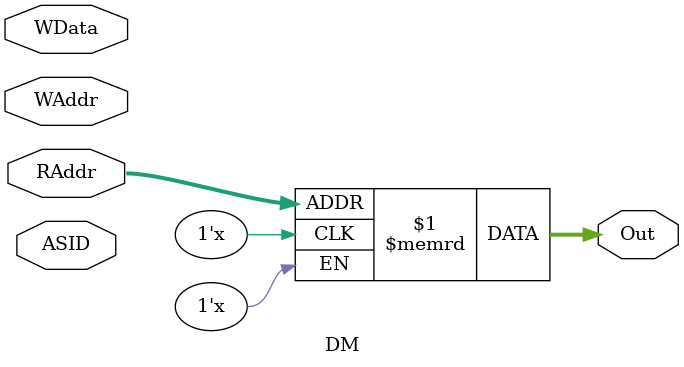
<source format=v>
`timescale 1ns / 1ps


module DM(
    input[31:0] RAddr,
    input[7:0] ASID,
    input[31:0] WData,
    input[31:0] WAddr,
    
    output[31:0] Out
    );
    
    reg [31:0]mem[4095:0];
    
    assign Out = mem[RAddr];
    
endmodule

</source>
